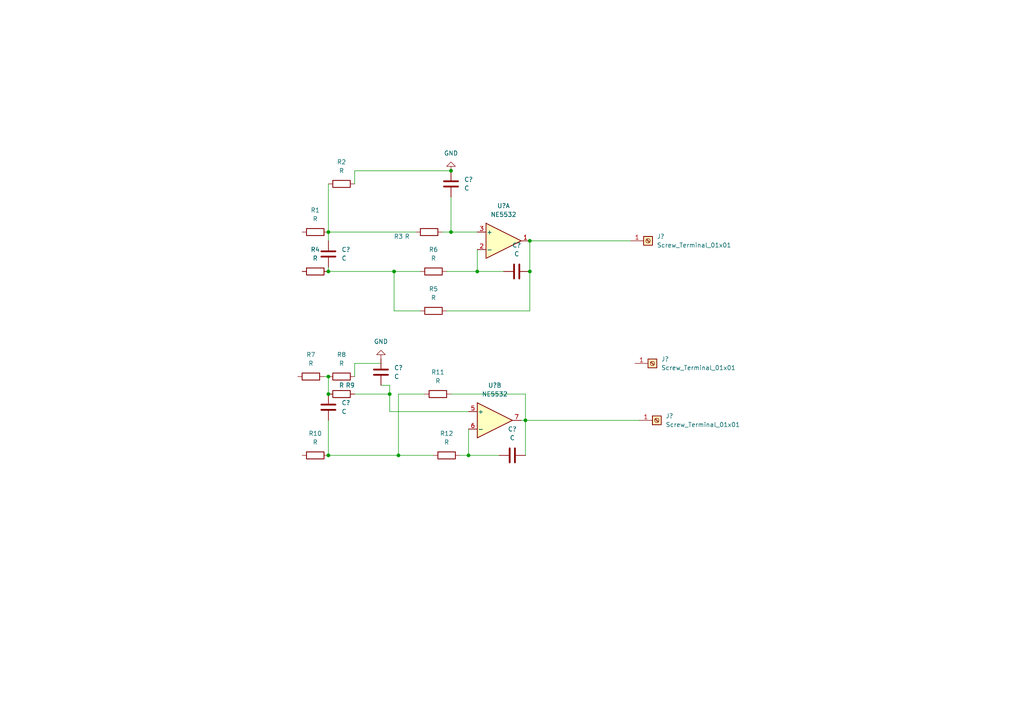
<source format=kicad_sch>
(kicad_sch (version 20211123) (generator eeschema)
  (paper "A4")
  (lib_symbols
    (symbol "Amplifier_Operational:NE5532" (pin_names (offset 0.127))
      (property "Reference" "U" (at 0 5.08 0))
      (property "Value" "NE5532" (at 0 -5.08 0))
      (symbol "NE5532_1_1"
        (polyline (pts (xy -5.08 5.08) (xy 5.08 0) (xy -5.08 -5.08) (xy -5.08 5.08)) (stroke (width 0.254)) (fill (type background)))
        (pin output line (at 7.62 0 180) (length 2.54) (name "~") (number "1"))
        (pin input line (at -7.62 -2.54 0) (length 2.54) (name "-") (number "2"))
        (pin input line (at -7.62 2.54 0) (length 2.54) (name "+") (number "3"))
      )
      (symbol "NE5532_2_1"
        (polyline (pts (xy -5.08 5.08) (xy 5.08 0) (xy -5.08 -5.08) (xy -5.08 5.08)) (stroke (width 0.254)) (fill (type background)))
        (pin input line (at -7.62 2.54 0) (length 2.54) (name "+") (number "5"))
        (pin input line (at -7.62 -2.54 0) (length 2.54) (name "-") (number "6"))
        (pin output line (at 7.62 0 180) (length 2.54) (name "~") (number "7"))
      )
      (symbol "NE5532_3_1"
        (pin power_in line (at -2.54 -7.62 90) (length 3.81) (name "V-") (number "4"))
        (pin power_in line (at -2.54 7.62 270) (length 3.81) (name "V+") (number "8"))
      )
    )
    (symbol "Connector:Screw_Terminal_01x01" (pin_names (offset 1.016) hide)
      (property "Reference" "J" (at 0 2.54 0))
      (property "Value" "Screw_Terminal_01x01" (at 0 -2.54 0))
      (symbol "Screw_Terminal_01x01_1_1"
        (rectangle (start -1.27 1.27) (end 1.27 -1.27) (stroke (width 0.254)) (fill (type background)))
        (polyline (pts (xy -0.5334 0.3302) (xy 0.3302 -0.508)) (stroke (width 0.1524)))
        (polyline (pts (xy -0.3556 0.508) (xy 0.508 -0.3302)) (stroke (width 0.1524)))
        (circle (center 0 0) (radius 0.635) (stroke (width 0.1524)))
        (pin passive line (at -5.08 0 0) (length 3.81) (name "Pin_1") (number "1"))
      )
    )
    (symbol "Device:C" (pin_numbers hide) (pin_names (offset 0.254))
      (property "Reference" "C" (at 0.635 2.54 0))
      (property "Value" "C" (at 0.635 -2.54 0))
      (symbol "C_0_1"
        (polyline (pts (xy -2.032 -0.762) (xy 2.032 -0.762)) (stroke (width 0.508)))
        (polyline (pts (xy -2.032 0.762) (xy 2.032 0.762)) (stroke (width 0.508)))
      )
      (symbol "C_1_1"
        (pin passive line (at 0 3.81 270) (length 2.794) (name "~") (number "1"))
        (pin passive line (at 0 -3.81 90) (length 2.794) (name "~") (number "2"))
      )
    )
    (symbol "Device:R" (pin_numbers hide) (pin_names (offset 0))
      (property "Reference" "R" (at 2.032 0 90))
      (property "Value" "R" (at 0 0 90))
      (symbol "R_0_1"
        (rectangle (start -1.016 -2.54) (end 1.016 2.54) (stroke (width 0.254)))
      )
      (symbol "R_1_1"
        (pin passive line (at 0 3.81 270) (length 1.27) (name "~") (number "1"))
        (pin passive line (at 0 -3.81 90) (length 1.27) (name "~") (number "2"))
      )
    )
    (symbol "power:GND" (power) (pin_names (offset 0))
      (property "Value" "GND" (at 0 -3.81 0))
      (symbol "GND_0_1"
        (polyline (pts (xy 0 0) (xy 0 -1.27) (xy 1.27 -1.27) (xy 0 -2.54) (xy -1.27 -1.27) (xy 0 -1.27)))
      )
      (symbol "GND_1_1"
        (pin power_in line (at 0 0 270) (length 0) hide (name "GND") (number "1"))
      )
    )
  )
  (junction (at 95.25 114.3))
  (junction (at 152.4 121.92))
  (junction (at 130.81 49.53))
  (junction (at 113.03 114.3))
  (junction (at 130.81 67.31))
  (junction (at 95.25 67.31))
  (junction (at 114.3 78.74))
  (junction (at 153.67 69.85))
  (junction (at 153.67 78.74))
  (junction (at 135.89 132.08))
  (junction (at 138.43 78.74))
  (junction (at 95.25 109.22))
  (junction (at 115.57 132.08))
  (junction (at 95.25 132.08))
  (junction (at 95.25 78.74))
  (wire (pts (xy 110.49 111.76) (xy 113.03 111.76)))
  (wire (pts (xy 102.87 49.53) (xy 130.81 49.53)))
  (wire (pts (xy 152.4 121.92) (xy 185.42 121.92)))
  (wire (pts (xy 114.3 78.74) (xy 114.3 90.17)))
  (wire (pts (xy 125.73 132.08) (xy 115.57 132.08)))
  (wire (pts (xy 138.43 72.39) (xy 138.43 78.74)))
  (wire (pts (xy 113.03 119.38) (xy 113.03 114.3)))
  (wire (pts (xy 95.25 132.08) (xy 95.25 121.92)))
  (wire (pts (xy 123.19 114.3) (xy 115.57 114.3)))
  (wire (pts (xy 153.67 78.74) (xy 153.67 90.17)))
  (wire (pts (xy 95.25 109.22) (xy 95.25 114.3)))
  (wire (pts (xy 115.57 114.3) (xy 115.57 132.08)))
  (wire (pts (xy 130.81 67.31) (xy 138.43 67.31)))
  (wire (pts (xy 120.65 67.31) (xy 95.25 67.31)))
  (wire (pts (xy 152.4 114.3) (xy 152.4 121.92)))
  (wire (pts (xy 102.87 53.34) (xy 102.87 49.53)))
  (wire (pts (xy 114.3 78.74) (xy 121.92 78.74)))
  (wire (pts (xy 138.43 78.74) (xy 146.05 78.74)))
  (wire (pts (xy 135.89 119.38) (xy 113.03 119.38)))
  (wire (pts (xy 133.35 132.08) (xy 135.89 132.08)))
  (wire (pts (xy 115.57 132.08) (xy 95.25 132.08)))
  (wire (pts (xy 102.87 105.41) (xy 102.87 109.22)))
  (wire (pts (xy 130.81 114.3) (xy 152.4 114.3)))
  (wire (pts (xy 152.4 121.92) (xy 152.4 132.08)))
  (wire (pts (xy 129.54 78.74) (xy 138.43 78.74)))
  (wire (pts (xy 153.67 69.85) (xy 182.88 69.85)))
  (wire (pts (xy 128.27 67.31) (xy 130.81 67.31)))
  (wire (pts (xy 95.25 77.47) (xy 95.25 78.74)))
  (wire (pts (xy 151.13 121.92) (xy 152.4 121.92)))
  (wire (pts (xy 153.67 69.85) (xy 153.67 78.74)))
  (wire (pts (xy 130.81 57.15) (xy 130.81 67.31)))
  (wire (pts (xy 95.25 67.31) (xy 95.25 69.85)))
  (wire (pts (xy 95.25 53.34) (xy 95.25 67.31)))
  (wire (pts (xy 135.89 124.46) (xy 135.89 132.08)))
  (wire (pts (xy 121.92 90.17) (xy 114.3 90.17)))
  (wire (pts (xy 95.25 109.22) (xy 93.98 109.22)))
  (wire (pts (xy 110.49 105.41) (xy 102.87 105.41)))
  (wire (pts (xy 113.03 111.76) (xy 113.03 114.3)))
  (wire (pts (xy 95.25 78.74) (xy 114.3 78.74)))
  (wire (pts (xy 153.67 90.17) (xy 129.54 90.17)))
  (wire (pts (xy 102.87 114.3) (xy 113.03 114.3)))
  (wire (pts (xy 135.89 132.08) (xy 144.78 132.08)))
  (symbol (lib_id "Device:C") (at 149.86 78.74 90) (unit 1)
    (property "Reference" "C?" (at 149.86 71.12 90))
    (property "Value" "C" (at 149.86 73.66 90))
  )
  (symbol (lib_id "power:GND") (at 110.49 104.14 180) (unit 1)
    (property "Reference" "#PWR?" (effects hide))
    (property "Value" "GND" (at 110.49 99.06 0))
  )
  (symbol (lib_id "Device:R") (at 99.06 53.34 90) (unit 1)
    (property "Reference" "R2" (at 99.06 46.99 90))
    (property "Value" "R" (at 99.06 49.53 90))
  )
  (symbol (lib_id "Amplifier_Operational:NE5532") (at 146.05 69.85 0) (unit 1)
    (property "Reference" "U?" (at 146.05 59.69 0))
    (property "Value" "NE5532" (at 146.05 62.23 0))
    (property "Datasheet" "http://www.ti.com/lit/ds/symlink/ne5532.pdf" (effects hide))
  )
  (symbol (lib_id "Device:R") (at 125.73 78.74 90) (unit 1)
    (property "Reference" "R6" (at 125.73 72.39 90))
    (property "Value" "R" (at 125.73 74.93 90))
  )
  (symbol (lib_id "Connector:Screw_Terminal_01x01") (at 187.96 69.85 0) (unit 1)
    (property "Reference" "J?" (at 190.5 68.5799 0) (effects (justify left)))
    (property "Value" "Screw_Terminal_01x01" (at 190.5 71.1199 0) (effects (justify left)))
  )
  (symbol (lib_id "Amplifier_Operational:NE5532") (at 143.51 121.92 0) (unit 2)
    (property "Reference" "U?" (at 143.51 111.76 0))
    (property "Value" "NE5532" (at 143.51 114.3 0))
    (property "Datasheet" "http://www.ti.com/lit/ds/symlink/ne5532.pdf" (effects hide))
  )
  (symbol (lib_id "Device:R") (at 91.44 78.74 90) (unit 1)
    (property "Reference" "R4" (at 91.44 72.39 90))
    (property "Value" "R" (at 91.44 74.93 90))
  )
  (symbol (lib_id "Device:C") (at 95.25 73.66 0) (unit 1)
    (property "Reference" "C?" (at 99.06 72.3899 0) (effects (justify left)))
    (property "Value" "C" (at 99.06 74.9299 0) (effects (justify left)))
  )
  (symbol (lib_id "Device:C") (at 148.59 132.08 90) (unit 1)
    (property "Reference" "C?" (at 148.59 124.46 90))
    (property "Value" "C" (at 148.59 127 90))
  )
  (symbol (lib_id "Device:C") (at 95.25 118.11 0) (unit 1)
    (property "Reference" "C?" (at 99.06 116.8399 0) (effects (justify left)))
    (property "Value" "C" (at 99.06 119.3799 0) (effects (justify left)))
  )
  (symbol (lib_id "Device:R") (at 91.44 132.08 90) (unit 1)
    (property "Reference" "R10" (at 91.44 125.73 90))
    (property "Value" "R" (at 91.44 128.27 90))
  )
  (symbol (lib_id "Device:R") (at 129.54 132.08 90) (unit 1)
    (property "Reference" "R12" (at 129.54 125.73 90))
    (property "Value" "R" (at 129.54 128.27 90))
  )
  (symbol (lib_id "Connector:Screw_Terminal_01x01") (at 189.23 105.41 0) (unit 1)
    (property "Reference" "J?" (at 191.77 104.1399 0) (effects (justify left)))
    (property "Value" "Screw_Terminal_01x01" (at 191.77 106.6799 0) (effects (justify left)))
  )
  (symbol (lib_id "Device:R") (at 124.46 67.31 90) (unit 1)
    (property "Reference" "R3" (at 115.57 68.58 90))
    (property "Value" "R" (at 118.11 68.58 90))
  )
  (symbol (lib_id "Device:R") (at 127 114.3 90) (unit 1)
    (property "Reference" "R11" (at 127 107.95 90))
    (property "Value" "R" (at 127 110.49 90))
  )
  (symbol (lib_id "Device:C") (at 130.81 53.34 0) (unit 1)
    (property "Reference" "C?" (at 134.62 52.0699 0) (effects (justify left)))
    (property "Value" "C" (at 134.62 54.6099 0) (effects (justify left)))
  )
  (symbol (lib_id "power:GND") (at 130.81 49.53 180) (unit 1)
    (property "Reference" "#PWR?" (effects hide))
    (property "Value" "GND" (at 130.81 44.45 0))
  )
  (symbol (lib_id "Device:R") (at 99.06 109.22 90) (unit 1)
    (property "Reference" "R8" (at 99.06 102.87 90))
    (property "Value" "R" (at 99.06 105.41 90))
  )
  (symbol (lib_id "Device:R") (at 125.73 90.17 90) (unit 1)
    (property "Reference" "R5" (at 125.73 83.82 90))
    (property "Value" "R" (at 125.73 86.36 90))
  )
  (symbol (lib_id "Device:R") (at 99.06 114.3 90) (unit 1)
    (property "Reference" "R9" (at 101.6 111.76 90))
    (property "Value" "R" (at 99.06 111.76 90))
  )
  (symbol (lib_id "Device:R") (at 91.44 67.31 90) (unit 1)
    (property "Reference" "R1" (at 91.44 60.96 90))
    (property "Value" "R" (at 91.44 63.5 90))
  )
  (symbol (lib_id "Connector:Screw_Terminal_01x01") (at 190.5 121.92 0) (unit 1)
    (property "Reference" "J?" (at 193.04 120.6499 0) (effects (justify left)))
    (property "Value" "Screw_Terminal_01x01" (at 193.04 123.1899 0) (effects (justify left)))
  )
  (symbol (lib_id "Device:C") (at 110.49 107.95 0) (unit 1)
    (property "Reference" "C?" (at 114.3 106.6799 0) (effects (justify left)))
    (property "Value" "C" (at 114.3 109.2199 0) (effects (justify left)))
  )
  (symbol (lib_id "Device:R") (at 90.17 109.22 90) (unit 1)
    (property "Reference" "R7" (at 90.17 102.87 90))
    (property "Value" "R" (at 90.17 105.41 90))
  )
)
</source>
